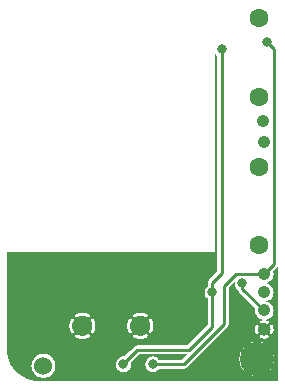
<source format=gbr>
G04 start of page 3 for group 5 idx 5 *
G04 Title: (unknown), bottom *
G04 Creator: pcb 4.2.0 *
G04 CreationDate: Thu Feb 27 09:31:51 2020 UTC *
G04 For: blinken *
G04 Format: Gerber/RS-274X *
G04 PCB-Dimensions (mm): 65.00 56.00 *
G04 PCB-Coordinate-Origin: lower left *
%MOMM*%
%FSLAX43Y43*%
%LNBOTTOM*%
%ADD38C,1.300*%
%ADD37C,1.500*%
%ADD36C,0.965*%
%ADD35C,2.500*%
%ADD34C,0.654*%
%ADD33C,0.400*%
%ADD32C,1.524*%
%ADD31C,2.900*%
%ADD30C,1.054*%
%ADD29C,0.800*%
%ADD28C,1.600*%
%ADD27C,1.700*%
%ADD26C,0.254*%
%ADD25C,0.002*%
G54D25*G36*
X23128Y28033D02*X23134Y28040D01*
X23198Y28144D01*
X23245Y28258D01*
X23274Y28377D01*
X23281Y28500D01*
X23274Y28623D01*
X23245Y28742D01*
X23198Y28856D01*
X23134Y28960D01*
X23128Y28967D01*
Y29583D01*
X23134Y29590D01*
X23198Y29694D01*
X23245Y29808D01*
X23274Y29927D01*
X23281Y30050D01*
X23274Y30173D01*
X23245Y30292D01*
X23198Y30406D01*
X23134Y30510D01*
X23128Y30517D01*
Y31133D01*
X23134Y31140D01*
X23198Y31244D01*
X23245Y31358D01*
X23274Y31477D01*
X23281Y31600D01*
X23274Y31723D01*
X23252Y31813D01*
X23609Y32170D01*
X23620Y32180D01*
X23659Y32225D01*
X23659Y32225D01*
X23691Y32276D01*
X23700Y32299D01*
Y22550D01*
X23128D01*
Y23710D01*
X23146Y23740D01*
X23234Y23950D01*
X23287Y24172D01*
X23300Y24400D01*
X23287Y24628D01*
X23234Y24850D01*
X23146Y25060D01*
X23128Y25090D01*
Y26522D01*
X23132Y26523D01*
X23151Y26529D01*
X23169Y26538D01*
X23185Y26550D01*
X23200Y26564D01*
X23211Y26580D01*
X23220Y26598D01*
X23245Y26662D01*
X23263Y26729D01*
X23275Y26797D01*
X23281Y26866D01*
Y26934D01*
X23275Y27003D01*
X23263Y27071D01*
X23245Y27138D01*
X23221Y27202D01*
X23212Y27220D01*
X23200Y27236D01*
X23186Y27251D01*
X23169Y27262D01*
X23152Y27271D01*
X23132Y27277D01*
X23128Y27278D01*
Y28033D01*
G37*
G36*
Y22550D02*X22500D01*
Y23100D01*
X22510Y23104D01*
X22705Y23223D01*
X22879Y23371D01*
X23027Y23545D01*
X23128Y23710D01*
Y22550D01*
G37*
G36*
Y30517D02*X23054Y30604D01*
X22960Y30684D01*
X22856Y30748D01*
X22742Y30795D01*
X22623Y30824D01*
X22607Y30825D01*
X22623Y30826D01*
X22742Y30855D01*
X22856Y30902D01*
X22960Y30966D01*
X23054Y31046D01*
X23128Y31133D01*
Y30517D01*
G37*
G36*
Y28967D02*X23054Y29054D01*
X22960Y29134D01*
X22856Y29198D01*
X22742Y29245D01*
X22623Y29274D01*
X22607Y29275D01*
X22623Y29276D01*
X22742Y29305D01*
X22856Y29352D01*
X22960Y29416D01*
X23054Y29496D01*
X23128Y29583D01*
Y28967D01*
G37*
G36*
X22500Y27717D02*X22623Y27726D01*
X22742Y27755D01*
X22856Y27802D01*
X22960Y27866D01*
X23054Y27946D01*
X23128Y28033D01*
Y27278D01*
X23113Y27280D01*
X23093Y27280D01*
X23073Y27277D01*
X23054Y27271D01*
X23036Y27262D01*
X23020Y27250D01*
X23006Y27236D01*
X22994Y27219D01*
X22985Y27201D01*
X22979Y27182D01*
X22976Y27162D01*
X22976Y27142D01*
X22979Y27122D01*
X22986Y27104D01*
X23002Y27060D01*
X23014Y27015D01*
X23022Y26970D01*
X23026Y26923D01*
Y26877D01*
X23022Y26830D01*
X23014Y26785D01*
X23002Y26740D01*
X22986Y26696D01*
X22979Y26677D01*
X22976Y26658D01*
X22976Y26638D01*
X22979Y26618D01*
X22985Y26599D01*
X22994Y26581D01*
X23006Y26565D01*
X23020Y26551D01*
X23036Y26539D01*
X23054Y26530D01*
X23073Y26523D01*
X23093Y26520D01*
X23113Y26520D01*
X23128Y26522D01*
Y25090D01*
X23027Y25255D01*
X22879Y25429D01*
X22705Y25577D01*
X22510Y25696D01*
X22500Y25700D01*
Y26119D01*
X22534D01*
X22603Y26125D01*
X22671Y26137D01*
X22738Y26155D01*
X22802Y26179D01*
X22820Y26188D01*
X22836Y26200D01*
X22850Y26214D01*
X22862Y26231D01*
X22871Y26248D01*
X22877Y26268D01*
X22880Y26287D01*
X22880Y26307D01*
X22877Y26327D01*
X22871Y26346D01*
X22862Y26364D01*
X22850Y26380D01*
X22836Y26394D01*
X22819Y26406D01*
X22801Y26415D01*
X22782Y26421D01*
X22762Y26424D01*
X22742Y26424D01*
X22722Y26421D01*
X22704Y26414D01*
X22660Y26398D01*
X22615Y26386D01*
X22570Y26378D01*
X22523Y26374D01*
X22500D01*
Y27426D01*
X22523D01*
X22570Y27422D01*
X22615Y27414D01*
X22660Y27402D01*
X22704Y27386D01*
X22723Y27379D01*
X22742Y27376D01*
X22762Y27376D01*
X22782Y27379D01*
X22801Y27385D01*
X22819Y27394D01*
X22835Y27406D01*
X22849Y27420D01*
X22861Y27436D01*
X22870Y27454D01*
X22877Y27473D01*
X22880Y27493D01*
X22880Y27513D01*
X22877Y27532D01*
X22871Y27551D01*
X22862Y27569D01*
X22850Y27585D01*
X22836Y27600D01*
X22820Y27611D01*
X22802Y27620D01*
X22738Y27645D01*
X22671Y27663D01*
X22603Y27675D01*
X22534Y27681D01*
X22500D01*
Y27717D01*
G37*
G36*
Y22550D02*X21848D01*
Y22945D01*
X21850Y22945D01*
X22078Y22963D01*
X22300Y23016D01*
X22500Y23100D01*
Y22550D01*
G37*
G36*
X21848Y28070D02*X21866Y28040D01*
X21946Y27946D01*
X22040Y27866D01*
X22144Y27802D01*
X22258Y27755D01*
X22377Y27726D01*
X22500Y27717D01*
X22500Y27717D01*
Y27681D01*
X22466D01*
X22397Y27675D01*
X22329Y27663D01*
X22262Y27645D01*
X22198Y27621D01*
X22180Y27612D01*
X22164Y27600D01*
X22149Y27586D01*
X22138Y27569D01*
X22129Y27552D01*
X22123Y27532D01*
X22120Y27513D01*
X22120Y27493D01*
X22123Y27473D01*
X22129Y27454D01*
X22138Y27436D01*
X22150Y27420D01*
X22164Y27406D01*
X22181Y27394D01*
X22199Y27385D01*
X22218Y27379D01*
X22238Y27376D01*
X22258Y27376D01*
X22278Y27379D01*
X22296Y27386D01*
X22340Y27402D01*
X22385Y27414D01*
X22430Y27422D01*
X22477Y27426D01*
X22500D01*
Y26374D01*
X22477D01*
X22430Y26378D01*
X22385Y26386D01*
X22340Y26398D01*
X22296Y26414D01*
X22277Y26421D01*
X22258Y26424D01*
X22238Y26424D01*
X22218Y26421D01*
X22199Y26415D01*
X22181Y26406D01*
X22165Y26394D01*
X22151Y26380D01*
X22139Y26364D01*
X22130Y26346D01*
X22123Y26327D01*
X22120Y26307D01*
X22120Y26287D01*
X22123Y26268D01*
X22129Y26249D01*
X22138Y26231D01*
X22150Y26215D01*
X22164Y26200D01*
X22180Y26189D01*
X22198Y26180D01*
X22262Y26155D01*
X22329Y26137D01*
X22397Y26125D01*
X22466Y26119D01*
X22500D01*
Y25700D01*
X22300Y25784D01*
X22078Y25837D01*
X21850Y25855D01*
X21848Y25855D01*
Y26529D01*
X21848Y26529D01*
X21868Y26523D01*
X21887Y26520D01*
X21907Y26520D01*
X21927Y26523D01*
X21946Y26529D01*
X21964Y26538D01*
X21980Y26550D01*
X21994Y26564D01*
X22006Y26581D01*
X22015Y26599D01*
X22021Y26618D01*
X22024Y26638D01*
X22024Y26658D01*
X22021Y26678D01*
X22014Y26696D01*
X21998Y26740D01*
X21986Y26785D01*
X21978Y26830D01*
X21974Y26877D01*
Y26923D01*
X21978Y26970D01*
X21986Y27015D01*
X21998Y27060D01*
X22014Y27104D01*
X22021Y27123D01*
X22024Y27142D01*
X22024Y27162D01*
X22021Y27182D01*
X22015Y27201D01*
X22006Y27219D01*
X21994Y27235D01*
X21980Y27249D01*
X21964Y27261D01*
X21946Y27270D01*
X21927Y27277D01*
X21907Y27280D01*
X21887Y27280D01*
X21868Y27277D01*
X21849Y27271D01*
X21848Y27270D01*
Y28070D01*
G37*
G36*
X12911Y33450D02*X18300D01*
Y50340D01*
X18315Y50302D01*
X18369Y50214D01*
X18436Y50136D01*
X18514Y50069D01*
X18519Y50066D01*
Y31808D01*
X17841Y31130D01*
X17830Y31120D01*
X17791Y31075D01*
X17759Y31024D01*
X17737Y30968D01*
X17723Y30910D01*
X17723Y30910D01*
X17718Y30850D01*
X17719Y30835D01*
Y30584D01*
X17714Y30581D01*
X17636Y30514D01*
X17569Y30436D01*
X17515Y30348D01*
X17476Y30253D01*
X17452Y30153D01*
X17444Y30050D01*
X17452Y29947D01*
X17476Y29847D01*
X17515Y29752D01*
X17569Y29664D01*
X17636Y29586D01*
X17714Y29519D01*
X17719Y29516D01*
Y27258D01*
X15992Y25531D01*
X12911D01*
Y26601D01*
X12914Y26603D01*
X12930Y26615D01*
X12944Y26630D01*
X12955Y26646D01*
X13001Y26731D01*
X13038Y26821D01*
X13067Y26913D01*
X13088Y27007D01*
X13101Y27103D01*
X13105Y27200D01*
X13101Y27297D01*
X13088Y27393D01*
X13067Y27487D01*
X13038Y27579D01*
X13001Y27669D01*
X12956Y27754D01*
X12945Y27771D01*
X12931Y27785D01*
X12915Y27798D01*
X12911Y27800D01*
Y33450D01*
G37*
G36*
X12000D02*X12911D01*
Y27800D01*
X12897Y27807D01*
X12878Y27814D01*
X12858Y27818D01*
X12838Y27818D01*
X12818Y27815D01*
X12799Y27810D01*
X12781Y27801D01*
X12764Y27790D01*
X12750Y27776D01*
X12738Y27760D01*
X12728Y27742D01*
X12721Y27723D01*
X12718Y27703D01*
X12717Y27683D01*
X12720Y27663D01*
X12726Y27644D01*
X12735Y27626D01*
X12770Y27560D01*
X12798Y27492D01*
X12821Y27421D01*
X12837Y27348D01*
X12847Y27274D01*
X12850Y27200D01*
X12847Y27126D01*
X12837Y27052D01*
X12821Y26979D01*
X12798Y26908D01*
X12770Y26840D01*
X12735Y26774D01*
X12726Y26756D01*
X12721Y26737D01*
X12718Y26717D01*
X12718Y26697D01*
X12722Y26677D01*
X12729Y26658D01*
X12738Y26641D01*
X12750Y26625D01*
X12765Y26611D01*
X12781Y26600D01*
X12799Y26591D01*
X12819Y26585D01*
X12838Y26583D01*
X12858Y26583D01*
X12878Y26587D01*
X12897Y26593D01*
X12911Y26601D01*
Y25531D01*
X12000D01*
Y26095D01*
X12097Y26099D01*
X12193Y26112D01*
X12287Y26133D01*
X12379Y26162D01*
X12469Y26199D01*
X12554Y26244D01*
X12571Y26255D01*
X12585Y26269D01*
X12598Y26285D01*
X12607Y26303D01*
X12614Y26322D01*
X12618Y26342D01*
X12618Y26362D01*
X12615Y26382D01*
X12610Y26401D01*
X12601Y26419D01*
X12590Y26436D01*
X12576Y26450D01*
X12560Y26462D01*
X12542Y26472D01*
X12523Y26479D01*
X12503Y26482D01*
X12483Y26483D01*
X12463Y26480D01*
X12444Y26474D01*
X12426Y26465D01*
X12360Y26430D01*
X12292Y26402D01*
X12221Y26379D01*
X12148Y26363D01*
X12074Y26353D01*
X12000Y26350D01*
Y28050D01*
X12074Y28047D01*
X12148Y28037D01*
X12221Y28021D01*
X12292Y27998D01*
X12360Y27970D01*
X12426Y27935D01*
X12444Y27926D01*
X12463Y27921D01*
X12483Y27918D01*
X12503Y27918D01*
X12523Y27922D01*
X12542Y27929D01*
X12559Y27938D01*
X12575Y27950D01*
X12589Y27965D01*
X12600Y27981D01*
X12609Y27999D01*
X12615Y28019D01*
X12617Y28038D01*
X12617Y28058D01*
X12613Y28078D01*
X12607Y28097D01*
X12597Y28114D01*
X12585Y28130D01*
X12570Y28144D01*
X12554Y28155D01*
X12469Y28201D01*
X12379Y28238D01*
X12287Y28267D01*
X12193Y28288D01*
X12097Y28301D01*
X12000Y28305D01*
Y33450D01*
G37*
G36*
X20280Y30260D02*X20287Y30232D01*
X20309Y30176D01*
X20341Y30125D01*
X20380Y30080D01*
X20391Y30070D01*
X21748Y28713D01*
X21726Y28623D01*
X21717Y28500D01*
X21726Y28377D01*
X21755Y28258D01*
X21802Y28144D01*
X21848Y28070D01*
Y27270D01*
X21831Y27262D01*
X21815Y27250D01*
X21800Y27236D01*
X21789Y27220D01*
X21780Y27202D01*
X21755Y27138D01*
X21737Y27071D01*
X21725Y27003D01*
X21719Y26934D01*
Y26866D01*
X21725Y26797D01*
X21737Y26729D01*
X21755Y26662D01*
X21779Y26598D01*
X21788Y26580D01*
X21800Y26564D01*
X21814Y26550D01*
X21831Y26538D01*
X21848Y26529D01*
Y25855D01*
X21622Y25837D01*
X21400Y25784D01*
X21190Y25696D01*
X20995Y25577D01*
X20821Y25429D01*
X20673Y25255D01*
X20554Y25060D01*
X20466Y24850D01*
X20413Y24628D01*
X20395Y24400D01*
X20413Y24172D01*
X20466Y23950D01*
X20554Y23740D01*
X20673Y23545D01*
X20821Y23371D01*
X20995Y23223D01*
X21190Y23104D01*
X21400Y23016D01*
X21622Y22963D01*
X21848Y22945D01*
Y22550D01*
X12000D01*
Y24769D01*
X15980D01*
X15542Y24331D01*
X13609D01*
X13606Y24336D01*
X13539Y24414D01*
X13461Y24481D01*
X13373Y24535D01*
X13278Y24574D01*
X13178Y24598D01*
X13075Y24606D01*
X12972Y24598D01*
X12872Y24574D01*
X12777Y24535D01*
X12689Y24481D01*
X12611Y24414D01*
X12544Y24336D01*
X12490Y24248D01*
X12451Y24153D01*
X12427Y24053D01*
X12419Y23950D01*
X12427Y23847D01*
X12451Y23747D01*
X12490Y23652D01*
X12544Y23564D01*
X12611Y23486D01*
X12689Y23419D01*
X12777Y23365D01*
X12872Y23326D01*
X12972Y23302D01*
X13075Y23294D01*
X13178Y23302D01*
X13278Y23326D01*
X13373Y23365D01*
X13461Y23419D01*
X13539Y23486D01*
X13606Y23564D01*
X13609Y23569D01*
X15685D01*
X15700Y23568D01*
X15760Y23573D01*
X15760Y23573D01*
X15818Y23587D01*
X15874Y23609D01*
X15925Y23641D01*
X15970Y23680D01*
X15980Y23691D01*
X19359Y27070D01*
X19370Y27080D01*
X19409Y27125D01*
X19409Y27125D01*
X19441Y27176D01*
X19463Y27232D01*
X19477Y27290D01*
X19482Y27350D01*
X19481Y27365D01*
Y30442D01*
X20021Y30982D01*
X20002Y30903D01*
X19994Y30800D01*
X20002Y30697D01*
X20026Y30597D01*
X20065Y30502D01*
X20119Y30414D01*
X20186Y30336D01*
X20264Y30269D01*
X20280Y30260D01*
G37*
G36*
X11089Y33450D02*X12000D01*
Y28305D01*
X12000Y28305D01*
X11903Y28301D01*
X11807Y28288D01*
X11713Y28267D01*
X11621Y28238D01*
X11531Y28201D01*
X11446Y28156D01*
X11429Y28145D01*
X11415Y28131D01*
X11402Y28115D01*
X11393Y28097D01*
X11386Y28078D01*
X11382Y28058D01*
X11382Y28038D01*
X11385Y28018D01*
X11390Y27999D01*
X11399Y27981D01*
X11410Y27964D01*
X11424Y27950D01*
X11440Y27938D01*
X11458Y27928D01*
X11477Y27921D01*
X11497Y27918D01*
X11517Y27917D01*
X11537Y27920D01*
X11556Y27926D01*
X11574Y27935D01*
X11640Y27970D01*
X11708Y27998D01*
X11779Y28021D01*
X11852Y28037D01*
X11926Y28047D01*
X12000Y28050D01*
X12000Y28050D01*
Y26350D01*
X12000Y26350D01*
X11926Y26353D01*
X11852Y26363D01*
X11779Y26379D01*
X11708Y26402D01*
X11640Y26430D01*
X11574Y26465D01*
X11556Y26474D01*
X11537Y26479D01*
X11517Y26482D01*
X11497Y26482D01*
X11477Y26478D01*
X11458Y26471D01*
X11441Y26462D01*
X11425Y26450D01*
X11411Y26435D01*
X11400Y26419D01*
X11391Y26401D01*
X11385Y26381D01*
X11383Y26362D01*
X11383Y26342D01*
X11387Y26322D01*
X11393Y26303D01*
X11403Y26286D01*
X11415Y26270D01*
X11430Y26256D01*
X11446Y26245D01*
X11531Y26199D01*
X11621Y26162D01*
X11713Y26133D01*
X11807Y26112D01*
X11903Y26099D01*
X12000Y26095D01*
X12000Y26095D01*
Y25531D01*
X11765D01*
X11750Y25532D01*
X11690Y25527D01*
X11632Y25513D01*
X11576Y25491D01*
X11525Y25459D01*
X11525Y25459D01*
X11480Y25420D01*
X11470Y25409D01*
X11089Y25028D01*
Y26600D01*
X11103Y26593D01*
X11122Y26586D01*
X11142Y26582D01*
X11162Y26582D01*
X11182Y26585D01*
X11201Y26590D01*
X11219Y26599D01*
X11236Y26610D01*
X11250Y26624D01*
X11262Y26640D01*
X11272Y26658D01*
X11279Y26677D01*
X11282Y26697D01*
X11283Y26717D01*
X11280Y26737D01*
X11274Y26756D01*
X11265Y26774D01*
X11230Y26840D01*
X11202Y26908D01*
X11179Y26979D01*
X11163Y27052D01*
X11153Y27126D01*
X11150Y27200D01*
X11153Y27274D01*
X11163Y27348D01*
X11179Y27421D01*
X11202Y27492D01*
X11230Y27560D01*
X11265Y27626D01*
X11274Y27644D01*
X11279Y27663D01*
X11282Y27683D01*
X11282Y27703D01*
X11278Y27723D01*
X11271Y27742D01*
X11262Y27759D01*
X11250Y27775D01*
X11235Y27789D01*
X11219Y27800D01*
X11201Y27809D01*
X11181Y27815D01*
X11162Y27817D01*
X11142Y27817D01*
X11122Y27813D01*
X11103Y27807D01*
X11089Y27799D01*
Y33450D01*
G37*
G36*
X12000Y22550D02*X11089D01*
Y23545D01*
X11106Y23564D01*
X11160Y23652D01*
X11199Y23747D01*
X11223Y23847D01*
X11229Y23950D01*
X11223Y24053D01*
X11217Y24078D01*
X11908Y24769D01*
X12000D01*
Y22550D01*
G37*
G36*
X11089D02*X8011D01*
Y26601D01*
X8014Y26603D01*
X8030Y26615D01*
X8044Y26630D01*
X8055Y26646D01*
X8101Y26731D01*
X8138Y26821D01*
X8167Y26913D01*
X8188Y27007D01*
X8201Y27103D01*
X8205Y27200D01*
X8201Y27297D01*
X8188Y27393D01*
X8167Y27487D01*
X8138Y27579D01*
X8101Y27669D01*
X8056Y27754D01*
X8045Y27771D01*
X8031Y27785D01*
X8015Y27798D01*
X8011Y27800D01*
Y33450D01*
X11089D01*
Y27799D01*
X11086Y27797D01*
X11070Y27785D01*
X11056Y27770D01*
X11045Y27754D01*
X10999Y27669D01*
X10962Y27579D01*
X10933Y27487D01*
X10912Y27393D01*
X10899Y27297D01*
X10895Y27200D01*
X10899Y27103D01*
X10912Y27007D01*
X10933Y26913D01*
X10962Y26821D01*
X10999Y26731D01*
X11044Y26646D01*
X11055Y26629D01*
X11069Y26615D01*
X11085Y26602D01*
X11089Y26600D01*
Y25028D01*
X10660Y24599D01*
X10575Y24606D01*
X10472Y24598D01*
X10372Y24574D01*
X10277Y24535D01*
X10189Y24481D01*
X10111Y24414D01*
X10044Y24336D01*
X9990Y24248D01*
X9951Y24153D01*
X9927Y24053D01*
X9919Y23950D01*
X9927Y23847D01*
X9951Y23747D01*
X9990Y23652D01*
X10044Y23564D01*
X10111Y23486D01*
X10189Y23419D01*
X10277Y23365D01*
X10372Y23326D01*
X10472Y23302D01*
X10575Y23294D01*
X10678Y23302D01*
X10778Y23326D01*
X10873Y23365D01*
X10961Y23419D01*
X11039Y23486D01*
X11089Y23545D01*
Y22550D01*
G37*
G36*
X8011D02*X7100D01*
Y26095D01*
X7197Y26099D01*
X7293Y26112D01*
X7387Y26133D01*
X7479Y26162D01*
X7569Y26199D01*
X7654Y26244D01*
X7671Y26255D01*
X7685Y26269D01*
X7698Y26285D01*
X7707Y26303D01*
X7714Y26322D01*
X7718Y26342D01*
X7718Y26362D01*
X7715Y26382D01*
X7710Y26401D01*
X7701Y26419D01*
X7690Y26436D01*
X7676Y26450D01*
X7660Y26462D01*
X7642Y26472D01*
X7623Y26479D01*
X7603Y26482D01*
X7583Y26483D01*
X7563Y26480D01*
X7544Y26474D01*
X7526Y26465D01*
X7460Y26430D01*
X7392Y26402D01*
X7321Y26379D01*
X7248Y26363D01*
X7174Y26353D01*
X7100Y26350D01*
Y28050D01*
X7174Y28047D01*
X7248Y28037D01*
X7321Y28021D01*
X7392Y27998D01*
X7460Y27970D01*
X7526Y27935D01*
X7544Y27926D01*
X7563Y27921D01*
X7583Y27918D01*
X7603Y27918D01*
X7623Y27922D01*
X7642Y27929D01*
X7659Y27938D01*
X7675Y27950D01*
X7689Y27965D01*
X7700Y27981D01*
X7709Y27999D01*
X7715Y28019D01*
X7717Y28038D01*
X7717Y28058D01*
X7713Y28078D01*
X7707Y28097D01*
X7697Y28114D01*
X7685Y28130D01*
X7670Y28144D01*
X7654Y28155D01*
X7569Y28201D01*
X7479Y28238D01*
X7387Y28267D01*
X7293Y28288D01*
X7197Y28301D01*
X7100Y28305D01*
Y33450D01*
X8011D01*
Y27800D01*
X7997Y27807D01*
X7978Y27814D01*
X7958Y27818D01*
X7938Y27818D01*
X7918Y27815D01*
X7899Y27810D01*
X7881Y27801D01*
X7864Y27790D01*
X7850Y27776D01*
X7838Y27760D01*
X7828Y27742D01*
X7821Y27723D01*
X7818Y27703D01*
X7817Y27683D01*
X7820Y27663D01*
X7826Y27644D01*
X7835Y27626D01*
X7870Y27560D01*
X7898Y27492D01*
X7921Y27421D01*
X7937Y27348D01*
X7947Y27274D01*
X7950Y27200D01*
X7947Y27126D01*
X7937Y27052D01*
X7921Y26979D01*
X7898Y26908D01*
X7870Y26840D01*
X7835Y26774D01*
X7826Y26756D01*
X7821Y26737D01*
X7818Y26717D01*
X7818Y26697D01*
X7822Y26677D01*
X7829Y26658D01*
X7838Y26641D01*
X7850Y26625D01*
X7865Y26611D01*
X7881Y26600D01*
X7899Y26591D01*
X7919Y26585D01*
X7938Y26583D01*
X7958Y26583D01*
X7978Y26587D01*
X7997Y26593D01*
X8011Y26601D01*
Y22550D01*
G37*
G36*
X7100D02*X6189D01*
Y26600D01*
X6203Y26593D01*
X6222Y26586D01*
X6242Y26582D01*
X6262Y26582D01*
X6282Y26585D01*
X6301Y26590D01*
X6319Y26599D01*
X6336Y26610D01*
X6350Y26624D01*
X6362Y26640D01*
X6372Y26658D01*
X6379Y26677D01*
X6382Y26697D01*
X6383Y26717D01*
X6380Y26737D01*
X6374Y26756D01*
X6365Y26774D01*
X6330Y26840D01*
X6302Y26908D01*
X6279Y26979D01*
X6263Y27052D01*
X6253Y27126D01*
X6250Y27200D01*
X6253Y27274D01*
X6263Y27348D01*
X6279Y27421D01*
X6302Y27492D01*
X6330Y27560D01*
X6365Y27626D01*
X6374Y27644D01*
X6379Y27663D01*
X6382Y27683D01*
X6382Y27703D01*
X6378Y27723D01*
X6371Y27742D01*
X6362Y27759D01*
X6350Y27775D01*
X6335Y27789D01*
X6319Y27800D01*
X6301Y27809D01*
X6281Y27815D01*
X6262Y27817D01*
X6242Y27817D01*
X6222Y27813D01*
X6203Y27807D01*
X6189Y27799D01*
Y33450D01*
X7100D01*
Y28305D01*
X7100Y28305D01*
X7003Y28301D01*
X6907Y28288D01*
X6813Y28267D01*
X6721Y28238D01*
X6631Y28201D01*
X6546Y28156D01*
X6529Y28145D01*
X6515Y28131D01*
X6502Y28115D01*
X6493Y28097D01*
X6486Y28078D01*
X6482Y28058D01*
X6482Y28038D01*
X6485Y28018D01*
X6490Y27999D01*
X6499Y27981D01*
X6510Y27964D01*
X6524Y27950D01*
X6540Y27938D01*
X6558Y27928D01*
X6577Y27921D01*
X6597Y27918D01*
X6617Y27917D01*
X6637Y27920D01*
X6656Y27926D01*
X6674Y27935D01*
X6740Y27970D01*
X6808Y27998D01*
X6879Y28021D01*
X6952Y28037D01*
X7026Y28047D01*
X7100Y28050D01*
X7100Y28050D01*
Y26350D01*
X7100Y26350D01*
X7026Y26353D01*
X6952Y26363D01*
X6879Y26379D01*
X6808Y26402D01*
X6740Y26430D01*
X6674Y26465D01*
X6656Y26474D01*
X6637Y26479D01*
X6617Y26482D01*
X6597Y26482D01*
X6577Y26478D01*
X6558Y26471D01*
X6541Y26462D01*
X6525Y26450D01*
X6511Y26435D01*
X6500Y26419D01*
X6491Y26401D01*
X6485Y26381D01*
X6483Y26362D01*
X6483Y26342D01*
X6487Y26322D01*
X6493Y26303D01*
X6503Y26286D01*
X6515Y26270D01*
X6530Y26256D01*
X6546Y26245D01*
X6631Y26199D01*
X6721Y26162D01*
X6813Y26133D01*
X6907Y26112D01*
X7003Y26099D01*
X7100Y26095D01*
X7100Y26095D01*
Y22550D01*
G37*
G36*
X6189D02*X3798D01*
Y22781D01*
X3800Y22781D01*
X3959Y22793D01*
X4115Y22831D01*
X4263Y22892D01*
X4399Y22976D01*
X4521Y23079D01*
X4624Y23201D01*
X4708Y23337D01*
X4769Y23485D01*
X4807Y23641D01*
X4816Y23800D01*
X4807Y23959D01*
X4769Y24115D01*
X4708Y24263D01*
X4624Y24399D01*
X4521Y24521D01*
X4399Y24624D01*
X4263Y24708D01*
X4115Y24769D01*
X3959Y24807D01*
X3800Y24819D01*
X3798Y24819D01*
Y33450D01*
X6189D01*
Y27799D01*
X6186Y27797D01*
X6170Y27785D01*
X6156Y27770D01*
X6145Y27754D01*
X6099Y27669D01*
X6062Y27579D01*
X6033Y27487D01*
X6012Y27393D01*
X5999Y27297D01*
X5995Y27200D01*
X5999Y27103D01*
X6012Y27007D01*
X6033Y26913D01*
X6062Y26821D01*
X6099Y26731D01*
X6144Y26646D01*
X6155Y26629D01*
X6169Y26615D01*
X6185Y26602D01*
X6189Y26600D01*
Y22550D01*
G37*
G36*
X3798D02*X3100D01*
X2400Y22700D01*
X1500Y23250D01*
X950Y24000D01*
X700Y24900D01*
Y33450D01*
X3798D01*
Y24819D01*
X3641Y24807D01*
X3485Y24769D01*
X3337Y24708D01*
X3201Y24624D01*
X3079Y24521D01*
X2976Y24399D01*
X2892Y24263D01*
X2831Y24115D01*
X2793Y23959D01*
X2781Y23800D01*
X2793Y23641D01*
X2831Y23485D01*
X2892Y23337D01*
X2976Y23201D01*
X3079Y23079D01*
X3201Y22976D01*
X3337Y22892D01*
X3485Y22831D01*
X3641Y22793D01*
X3798Y22781D01*
Y22550D01*
G37*
G54D26*X19100Y27350D02*Y30600D01*
X20100Y31600D01*
X22500D01*
Y28500D02*X20650Y30350D01*
Y30800D01*
X18900Y31650D02*Y50600D01*
X16150Y25150D02*X11750D01*
X10550Y23950D01*
X16150Y25150D02*X18100Y27100D01*
X13075Y23950D02*X15700D01*
X19100Y27350D01*
X18100Y30850D02*Y27100D01*
X22500Y31600D02*X23350Y32450D01*
X18900Y31650D02*X18100Y30850D01*
X23350Y32450D02*Y50650D01*
X22750Y51250D01*
G54D27*X7100Y27200D03*
X12000D03*
G54D28*X22050Y34000D03*
Y40650D03*
Y46600D03*
Y53250D03*
G54D29*X22750Y51250D03*
X18900Y50600D03*
G54D30*X22450Y42800D03*
X22400Y44500D03*
G54D31*X21850Y24400D03*
G54D30*X22500Y26900D03*
Y28500D03*
Y30050D03*
Y31600D03*
G54D32*X3800Y23800D03*
G54D29*X10575Y23950D03*
X18100Y30050D03*
X13075Y23950D03*
X20650Y30800D03*
G54D33*G54D34*G54D35*G54D34*G54D36*G54D33*G54D37*G54D38*M02*

</source>
